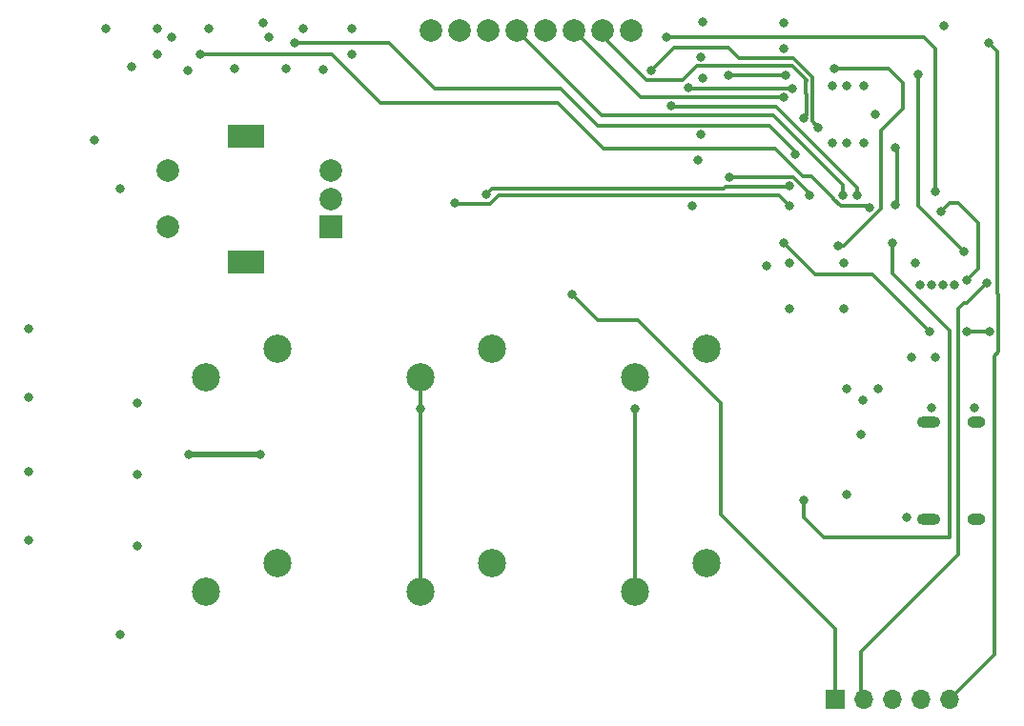
<source format=gbr>
%TF.GenerationSoftware,KiCad,Pcbnew,(6.0.4)*%
%TF.CreationDate,2022-05-01T16:05:16+08:00*%
%TF.ProjectId,S3_module,53335f6d-6f64-4756-9c65-2e6b69636164,rev?*%
%TF.SameCoordinates,Original*%
%TF.FileFunction,Copper,L4,Bot*%
%TF.FilePolarity,Positive*%
%FSLAX46Y46*%
G04 Gerber Fmt 4.6, Leading zero omitted, Abs format (unit mm)*
G04 Created by KiCad (PCBNEW (6.0.4)) date 2022-05-01 16:05:16*
%MOMM*%
%LPD*%
G01*
G04 APERTURE LIST*
%TA.AperFunction,ComponentPad*%
%ADD10R,1.700000X1.700000*%
%TD*%
%TA.AperFunction,ComponentPad*%
%ADD11O,1.700000X1.700000*%
%TD*%
%TA.AperFunction,ComponentPad*%
%ADD12C,2.500000*%
%TD*%
%TA.AperFunction,ComponentPad*%
%ADD13C,2.000000*%
%TD*%
%TA.AperFunction,ComponentPad*%
%ADD14R,2.000000X2.000000*%
%TD*%
%TA.AperFunction,ComponentPad*%
%ADD15R,3.200000X2.000000*%
%TD*%
%TA.AperFunction,ComponentPad*%
%ADD16O,2.100000X1.000000*%
%TD*%
%TA.AperFunction,ComponentPad*%
%ADD17O,1.600000X1.000000*%
%TD*%
%TA.AperFunction,ViaPad*%
%ADD18C,0.800000*%
%TD*%
%TA.AperFunction,Conductor*%
%ADD19C,0.300000*%
%TD*%
%TA.AperFunction,Conductor*%
%ADD20C,0.500000*%
%TD*%
G04 APERTURE END LIST*
D10*
%TO.P,J2,1,Pin_1*%
%TO.N,/IO5*%
X166375000Y-145415000D03*
D11*
%TO.P,J2,2,Pin_2*%
%TO.N,/IO4*%
X168915000Y-145415000D03*
%TO.P,J2,3,Pin_3*%
%TO.N,/IO3*%
X171455000Y-145415000D03*
%TO.P,J2,4,Pin_4*%
%TO.N,/IO2*%
X173995000Y-145415000D03*
%TO.P,J2,5,Pin_5*%
%TO.N,/IO1*%
X176535000Y-145415000D03*
%TD*%
D12*
%TO.P,SW4,1,1*%
%TO.N,SW_1*%
X110490000Y-116840000D03*
%TO.P,SW4,2,2*%
%TO.N,Net-(D6-Pad2)*%
X116840000Y-114300000D03*
%TD*%
D13*
%TO.P,U6,1,GND*%
%TO.N,GND*%
X130429000Y-86020000D03*
%TO.P,U6,2,VCC*%
%TO.N,VCC*%
X132969000Y-86020000D03*
%TO.P,U6,3,SCL*%
%TO.N,/DIS_CLK*%
X135509000Y-86020000D03*
%TO.P,U6,4,SDA*%
%TO.N,/DIS_SDA*%
X138049000Y-86020000D03*
%TO.P,U6,5,RES*%
%TO.N,/BOOT*%
X140589000Y-86020000D03*
%TO.P,U6,6,DC*%
%TO.N,/IO6*%
X143129000Y-86020000D03*
%TO.P,U6,7,CS*%
%TO.N,/IO7*%
X145669000Y-86020000D03*
%TO.P,U6,8,BLK*%
%TO.N,unconnected-(U6-Pad8)*%
X148209000Y-86020000D03*
%TD*%
D12*
%TO.P,SW9,1,1*%
%TO.N,SW_3*%
X148590000Y-135890000D03*
%TO.P,SW9,2,2*%
%TO.N,Net-(D11-Pad2)*%
X154940000Y-133350000D03*
%TD*%
D14*
%TO.P,SW3,A,A*%
%TO.N,/Rotary_A*%
X121550000Y-103465000D03*
D13*
%TO.P,SW3,B,B*%
%TO.N,/Rotary_B*%
X121550000Y-98465000D03*
%TO.P,SW3,C,C*%
%TO.N,GND*%
X121550000Y-100965000D03*
D15*
%TO.P,SW3,MP*%
%TO.N,N/C*%
X114050000Y-106565000D03*
X114050000Y-95365000D03*
D13*
%TO.P,SW3,S1,S1*%
%TO.N,/Rotary_Z*%
X107050000Y-98465000D03*
%TO.P,SW3,S2,S2*%
%TO.N,GND*%
X107050000Y-103465000D03*
%TD*%
D12*
%TO.P,SW6,1,1*%
%TO.N,SW_2*%
X129540000Y-116840000D03*
%TO.P,SW6,2,2*%
%TO.N,Net-(D8-Pad2)*%
X135890000Y-114300000D03*
%TD*%
%TO.P,SW7,1,1*%
%TO.N,SW_2*%
X129540000Y-135890000D03*
%TO.P,SW7,2,2*%
%TO.N,Net-(D9-Pad2)*%
X135890000Y-133350000D03*
%TD*%
D16*
%TO.P,J1,S1,SHIELD*%
%TO.N,GND*%
X174670000Y-120775000D03*
X174670000Y-129415000D03*
D17*
X178850000Y-120775000D03*
X178850000Y-129415000D03*
%TD*%
D12*
%TO.P,SW5,1,1*%
%TO.N,SW_1*%
X110490000Y-135890000D03*
%TO.P,SW5,2,2*%
%TO.N,Net-(D7-Pad2)*%
X116840000Y-133350000D03*
%TD*%
%TO.P,SW8,1,1*%
%TO.N,SW_3*%
X148590000Y-116840000D03*
%TO.P,SW8,2,2*%
%TO.N,Net-(D10-Pad2)*%
X154940000Y-114300000D03*
%TD*%
D18*
%TO.N,/IO1*%
X179959000Y-87122000D03*
%TO.N,GND*%
X162306000Y-110744000D03*
X169926000Y-93472000D03*
X168783000Y-118872000D03*
X167386000Y-127254000D03*
X123444000Y-85852000D03*
X154432000Y-88392000D03*
X160274000Y-106934000D03*
X104394000Y-119126000D03*
X166116000Y-96012000D03*
X174879000Y-119507000D03*
X178689000Y-119507000D03*
X100584000Y-95758000D03*
X154559000Y-85217000D03*
X162306000Y-106680000D03*
X102870000Y-139700000D03*
X168910000Y-90932000D03*
X106172000Y-88138000D03*
X94742000Y-112522000D03*
X106172000Y-85852000D03*
X168656000Y-121920000D03*
X104394000Y-131826000D03*
X167132000Y-110744000D03*
X94742000Y-118618000D03*
X172720000Y-129286000D03*
X168910000Y-96012000D03*
X154432000Y-95250000D03*
X161798000Y-85344000D03*
X167386000Y-117856000D03*
X167386000Y-96012000D03*
X173101000Y-115062000D03*
X167386000Y-90932000D03*
X94742000Y-131318000D03*
X173482000Y-106680000D03*
X94742000Y-125222000D03*
X104394000Y-125476000D03*
X176022000Y-85598000D03*
X153670000Y-101600000D03*
X154559605Y-90207396D03*
X115570000Y-85344000D03*
X108850048Y-89515884D03*
X167132000Y-106680000D03*
X117602000Y-89417502D03*
X123444000Y-88138000D03*
X166116000Y-90932000D03*
%TO.N,VCC*%
X174879000Y-108585000D03*
X154178000Y-97536000D03*
X102870000Y-100076000D03*
X176911000Y-108585000D03*
X103864500Y-89254522D03*
X119126000Y-85852000D03*
X112972484Y-89359121D03*
X107442000Y-86614000D03*
X173863000Y-108585000D03*
X116078000Y-86614000D03*
X101600000Y-85852000D03*
X175260000Y-115062000D03*
X120917803Y-89431473D03*
X175895000Y-108585000D03*
X110744000Y-85852000D03*
X170180000Y-117856000D03*
X161798000Y-87630000D03*
%TO.N,Net-(C3-Pad2)*%
X166243000Y-89408000D03*
X156860705Y-89953500D03*
X161925000Y-89953500D03*
X166624000Y-105156000D03*
%TO.N,/+5V*%
X115316000Y-123698000D03*
X108966000Y-123698000D03*
%TO.N,SW_A*%
X171450000Y-104902000D03*
X163576000Y-127762000D03*
%TO.N,SW_B*%
X175768000Y-102108000D03*
X178054000Y-108204000D03*
%TO.N,/IO5*%
X143002000Y-109474000D03*
X153289000Y-91059000D03*
X162560000Y-91186000D03*
%TO.N,/IO4*%
X173736000Y-89916000D03*
X177800000Y-105664000D03*
X179832000Y-108458000D03*
%TO.N,/IO3*%
X178054000Y-112776000D03*
X161798000Y-104902000D03*
X180086000Y-112776000D03*
X174752000Y-112776000D03*
%TO.N,/BOOT*%
X175260000Y-100330000D03*
X151384000Y-86614000D03*
%TO.N,/IO6*%
X161798000Y-91948000D03*
%TO.N,/IO7*%
X163538500Y-93810500D03*
%TO.N,/DIS_SDA*%
X167005000Y-100621500D03*
%TO.N,/DIS_CLK*%
X168275000Y-100621500D03*
X151765000Y-92710000D03*
%TO.N,SW_1*%
X162306000Y-101600000D03*
X132588000Y-101346000D03*
%TO.N,SW_2*%
X135382000Y-100584000D03*
X129540000Y-119634000D03*
X162306000Y-99822000D03*
%TO.N,SW_3*%
X164084000Y-100621500D03*
X156972000Y-99060000D03*
X148590000Y-119634000D03*
%TO.N,R_A*%
X109982000Y-88138000D03*
X169418000Y-101727000D03*
%TO.N,R_B*%
X118364000Y-87122000D03*
X162814000Y-97028000D03*
X171666500Y-96393000D03*
X171666500Y-101473000D03*
%TO.N,R_Z*%
X149987000Y-89535000D03*
X164860500Y-94596262D03*
%TD*%
D19*
%TO.N,/IO1*%
X180721000Y-87884000D02*
X179959000Y-87122000D01*
X180721000Y-109347000D02*
X180721000Y-87884000D01*
X180467000Y-114935000D02*
X180835511Y-114566489D01*
X180467000Y-141483000D02*
X180467000Y-114935000D01*
X180835511Y-114566489D02*
X180835511Y-109461511D01*
X176535000Y-145415000D02*
X180467000Y-141483000D01*
X180835511Y-109461511D02*
X180721000Y-109347000D01*
%TO.N,/IO3*%
X178054000Y-112776000D02*
X180086000Y-112776000D01*
%TO.N,Net-(C3-Pad2)*%
X161925000Y-89953500D02*
X156860705Y-89953500D01*
X166624000Y-105156000D02*
X167119680Y-105156000D01*
X170434000Y-101841680D02*
X170434000Y-94869000D01*
X172339000Y-92964000D02*
X172339000Y-90678000D01*
X167119680Y-105156000D02*
X170434000Y-101841680D01*
X172339000Y-90678000D02*
X171069000Y-89408000D01*
X170434000Y-94869000D02*
X172339000Y-92964000D01*
X171069000Y-89408000D02*
X166243000Y-89408000D01*
D20*
%TO.N,/+5V*%
X108966000Y-123698000D02*
X115316000Y-123698000D01*
D19*
%TO.N,SW_A*%
X171450000Y-107556680D02*
X171450000Y-104902000D01*
X176530000Y-131064000D02*
X176530000Y-112636680D01*
X165354000Y-131064000D02*
X176530000Y-131064000D01*
X163576000Y-127762000D02*
X163576000Y-129286000D01*
X163576000Y-129286000D02*
X165354000Y-131064000D01*
X176530000Y-112636680D02*
X171450000Y-107556680D01*
%TO.N,SW_B*%
X178054000Y-108204000D02*
X179070000Y-107188000D01*
X179070000Y-107188000D02*
X179070000Y-103124000D01*
X177292000Y-101346000D02*
X176530000Y-101346000D01*
X179070000Y-103124000D02*
X177292000Y-101346000D01*
X176530000Y-101346000D02*
X175768000Y-102108000D01*
%TO.N,/IO5*%
X143002000Y-109474000D02*
X145288000Y-111760000D01*
X166375000Y-139197000D02*
X166375000Y-145415000D01*
X145288000Y-111760000D02*
X148844000Y-111760000D01*
X148844000Y-111760000D02*
X156210000Y-119126000D01*
X156210000Y-129032000D02*
X166375000Y-139197000D01*
X153289000Y-91059000D02*
X153416000Y-91186000D01*
X153416000Y-91186000D02*
X162560000Y-91186000D01*
X156210000Y-119126000D02*
X156210000Y-129032000D01*
%TO.N,/IO4*%
X173736000Y-89916000D02*
X173736000Y-101600000D01*
X179832000Y-108458000D02*
X178054000Y-110236000D01*
X168656000Y-141224000D02*
X168656000Y-145156000D01*
X177800000Y-110236000D02*
X177292000Y-110744000D01*
X178054000Y-110236000D02*
X177800000Y-110236000D01*
X173736000Y-101600000D02*
X177800000Y-105664000D01*
X177292000Y-110744000D02*
X177292000Y-132588000D01*
X168656000Y-145156000D02*
X168915000Y-145415000D01*
X177292000Y-132588000D02*
X168656000Y-141224000D01*
%TO.N,/IO3*%
X161798000Y-104902000D02*
X164592000Y-107696000D01*
X169672000Y-107696000D02*
X174752000Y-112776000D01*
X164592000Y-107696000D02*
X169672000Y-107696000D01*
%TO.N,/BOOT*%
X175260000Y-100330000D02*
X175260000Y-87630000D01*
X174244000Y-86614000D02*
X151384000Y-86614000D01*
X175260000Y-87630000D02*
X174244000Y-86614000D01*
%TO.N,/IO6*%
X149057000Y-91948000D02*
X143129000Y-86020000D01*
X161798000Y-91948000D02*
X149057000Y-91948000D01*
%TO.N,/IO7*%
X163538500Y-93810500D02*
X163788480Y-93560520D01*
X163725571Y-90503388D02*
X163788480Y-90440478D01*
X163788480Y-90397618D02*
X162544862Y-89154000D01*
X163788480Y-93560520D02*
X163788480Y-91683871D01*
X154051000Y-89154000D02*
X152781000Y-90424000D01*
X163788480Y-91683871D02*
X163725571Y-91620962D01*
X152781000Y-90424000D02*
X149606000Y-90424000D01*
X149606000Y-90424000D02*
X145669000Y-86487000D01*
X162544862Y-89154000D02*
X154051000Y-89154000D01*
X145669000Y-86487000D02*
X145669000Y-86020000D01*
X163725571Y-91620962D02*
X163725571Y-90503388D01*
X163788480Y-90440478D02*
X163788480Y-90397618D01*
%TO.N,/DIS_SDA*%
X167005000Y-99695000D02*
X160859229Y-93549229D01*
X160859229Y-93549229D02*
X145578229Y-93549229D01*
X167005000Y-100621500D02*
X167005000Y-99695000D01*
X145578229Y-93549229D02*
X138049000Y-86020000D01*
%TO.N,/DIS_CLK*%
X151765000Y-92710000D02*
X151802500Y-92747500D01*
X161073500Y-92747500D02*
X168275000Y-99949000D01*
X168275000Y-99949000D02*
X168275000Y-100621500D01*
X151802500Y-92747500D02*
X161073500Y-92747500D01*
%TO.N,SW_1*%
X136471160Y-100625520D02*
X135713169Y-101383511D01*
X161331520Y-100625520D02*
X136471160Y-100625520D01*
X162306000Y-101600000D02*
X161331520Y-100625520D01*
X132625511Y-101383511D02*
X132588000Y-101346000D01*
X135713169Y-101383511D02*
X132625511Y-101383511D01*
%TO.N,SW_2*%
X135382000Y-100584000D02*
X135890000Y-100076000D01*
X156424342Y-100076000D02*
X156640831Y-99859511D01*
X129540000Y-119634000D02*
X129540000Y-135890000D01*
X162268489Y-99859511D02*
X162306000Y-99822000D01*
X129540000Y-132588000D02*
X129540000Y-116840000D01*
X135890000Y-100076000D02*
X156424342Y-100076000D01*
X156640831Y-99859511D02*
X162268489Y-99859511D01*
%TO.N,SW_3*%
X156972000Y-99060000D02*
X157009511Y-99022489D01*
X148590000Y-119634000D02*
X148590000Y-135890000D01*
X164084000Y-100469320D02*
X164084000Y-100621500D01*
X157009511Y-99022489D02*
X162637169Y-99022489D01*
X162637169Y-99022489D02*
X164084000Y-100469320D01*
%TO.N,R_A*%
X145796000Y-96520000D02*
X141732000Y-92456000D01*
X166205489Y-100952669D02*
X166205489Y-100927489D01*
X166840238Y-101587418D02*
X166205489Y-100952669D01*
X164211000Y-98933000D02*
X163449000Y-98933000D01*
X161036000Y-96520000D02*
X145796000Y-96520000D01*
X166205489Y-100927489D02*
X164211000Y-98933000D01*
X125984000Y-92456000D02*
X121666000Y-88138000D01*
X169278418Y-101587418D02*
X166840238Y-101587418D01*
X121666000Y-88138000D02*
X109982000Y-88138000D01*
X163449000Y-98933000D02*
X161036000Y-96520000D01*
X141732000Y-92456000D02*
X125984000Y-92456000D01*
X169418000Y-101727000D02*
X169278418Y-101587418D01*
%TO.N,R_B*%
X162814000Y-97028000D02*
X162814000Y-96774000D01*
X171831000Y-96557500D02*
X171666500Y-96393000D01*
X160490489Y-94450489D02*
X145250489Y-94450489D01*
X130810000Y-91186000D02*
X126746000Y-87122000D01*
X126746000Y-87122000D02*
X118364000Y-87122000D01*
X145250489Y-94450489D02*
X141986000Y-91186000D01*
X162814000Y-96774000D02*
X160490489Y-94450489D01*
X141986000Y-91186000D02*
X130810000Y-91186000D01*
X171831000Y-101308500D02*
X171831000Y-96557500D01*
X171666500Y-101473000D02*
X171831000Y-101308500D01*
%TO.N,R_Z*%
X152019000Y-87503000D02*
X149987000Y-89535000D01*
X164275091Y-91393344D02*
X164275091Y-90731006D01*
X157821511Y-88479511D02*
X156845000Y-87503000D01*
X164338000Y-90668097D02*
X164338000Y-90170000D01*
X164860500Y-94596262D02*
X164338000Y-94073762D01*
X156845000Y-87503000D02*
X152019000Y-87503000D01*
X164338000Y-91456253D02*
X164275091Y-91393344D01*
X164275091Y-90731006D02*
X164338000Y-90668097D01*
X164338000Y-94073762D02*
X164338000Y-91456253D01*
X164338000Y-90170000D02*
X162647511Y-88479511D01*
X162647511Y-88479511D02*
X157821511Y-88479511D01*
%TD*%
M02*

</source>
